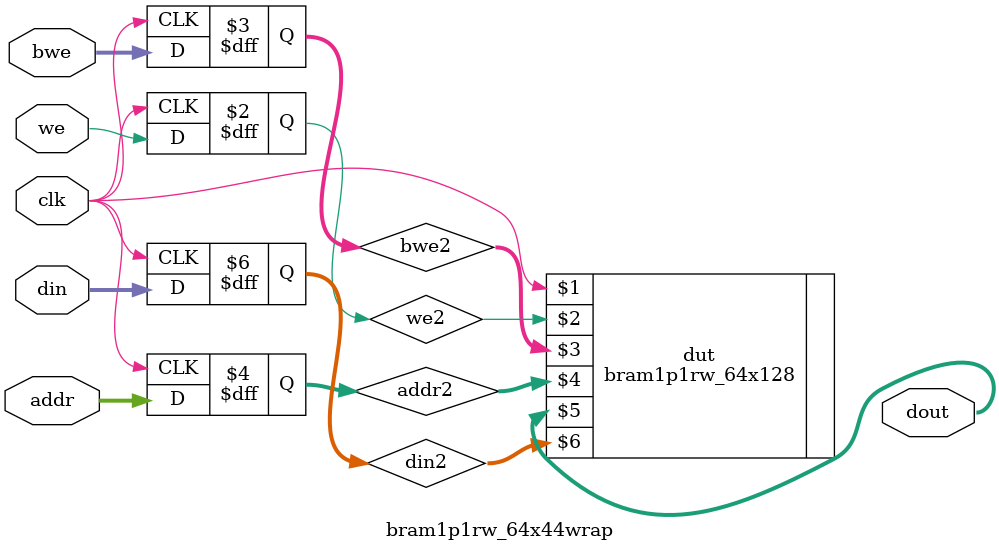
<source format=sv>
module bram1p1rw_64x44wrap
  #(
	//--------------------------------------------------------------------------
	parameter NUM_COL = 11,
	parameter COL_WIDTH = 4,
	parameter ADDR_WIDTH = 6,
	// Addr Width in bits : 2 *ADDR_WIDTH = RAM Depth
	parameter DATA_WIDTH = NUM_COL*COL_WIDTH // Data Width in bits
	//----------------------------------------------------------------------
	) (
	   input logic 					 clk,
	   input logic 					 we,
	   input logic [NUM_COL-1:0] 	 bwe,
	   input logic [ADDR_WIDTH-1:0]  addr,
	   output logic [DATA_WIDTH-1:0] dout,
	   input logic [DATA_WIDTH-1:0]  din
	   );

    
  logic                              we2;
  logic [NUM_COL-1:0]                bwe2;
  logic [ADDR_WIDTH-1:0]             addr2;
  logic [DATA_WIDTH-1:0]             dout2;
  logic [DATA_WIDTH-1:0]             din2;

    always_ff @(posedge clk) begin 
        we2 <= we;
        bwe2 <= bwe;
        addr2 <= addr;
        din2 <= din;
        dout2 <= dout;
    end

    bram1p1rw_64x128 #(NUM_COL, COL_WIDTH, ADDR_WIDTH, DATA_WIDTH) dut(clk, we2, bwe2, addr2, dout, din2);

endmodule

</source>
